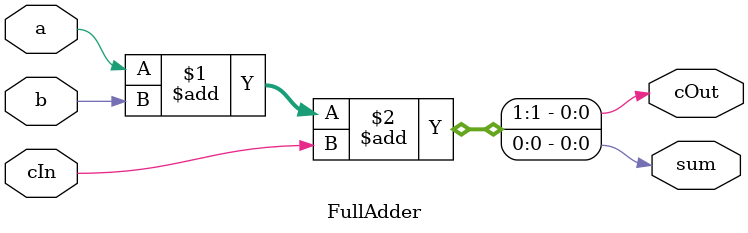
<source format=v>
`timescale 1ns / 1ps


module FullAdder(
input a, b, cIn,
output sum, cOut
    );
    assign {cOut, sum} = a+b+cIn;
endmodule

</source>
